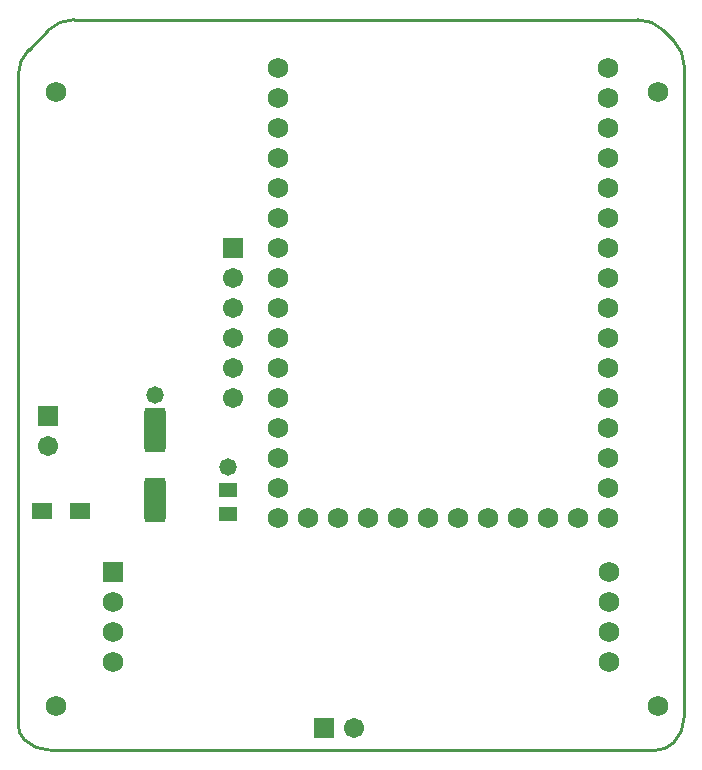
<source format=gts>
G04 Layer_Color=8388736*
%FSLAX25Y25*%
%MOIN*%
G70*
G01*
G75*
%ADD14C,0.01000*%
%ADD24R,0.07099X0.05524*%
G04:AMPARAMS|DCode=25|XSize=149.73mil|YSize=70.99mil|CornerRadius=11.87mil|HoleSize=0mil|Usage=FLASHONLY|Rotation=270.000|XOffset=0mil|YOffset=0mil|HoleType=Round|Shape=RoundedRectangle|*
%AMROUNDEDRECTD25*
21,1,0.14973,0.04724,0,0,270.0*
21,1,0.12598,0.07099,0,0,270.0*
1,1,0.02375,-0.02362,-0.06299*
1,1,0.02375,-0.02362,0.06299*
1,1,0.02375,0.02362,0.06299*
1,1,0.02375,0.02362,-0.06299*
%
%ADD25ROUNDEDRECTD25*%
%ADD26R,0.06312X0.05131*%
%ADD27R,0.06706X0.06706*%
%ADD28C,0.06706*%
%ADD29C,0.06800*%
%ADD30R,0.06800X0.06800*%
%ADD31R,0.06706X0.06706*%
%ADD32C,0.05800*%
D14*
X360035Y343464D02*
G03*
X351500Y347000I-8535J-8535D01*
G01*
X367000Y331500D02*
G03*
X363464Y340036I-12071J0D01*
G01*
Y105965D02*
G03*
X367000Y114500I-8535J8535D01*
G01*
X357515Y103500D02*
G03*
X363464Y105965I0J8414D01*
G01*
X146965Y107036D02*
G03*
X155500Y103500I8535J8535D01*
G01*
X145000Y111778D02*
G03*
X146965Y107036I6707J0D01*
G01*
X148536Y337035D02*
G03*
X145000Y328500I8535J-8535D01*
G01*
X163500Y347000D02*
G03*
X154964Y343464I0J-12071D01*
G01*
X281000Y347000D02*
X351500D01*
X360035Y343464D02*
X363464Y340036D01*
X367000Y114500D02*
Y331500D01*
X155500Y103500D02*
X357515D01*
X145000Y111778D02*
Y319500D01*
Y328500D01*
X148536Y337035D02*
X154964Y343464D01*
X163500Y347000D02*
X281000D01*
D24*
X165602Y183157D02*
D03*
X153004D02*
D03*
D25*
X190500Y210228D02*
D03*
Y187000D02*
D03*
D26*
X215000Y190243D02*
D03*
Y182369D02*
D03*
D27*
X216653Y270953D02*
D03*
X154848Y215000D02*
D03*
D28*
X216653Y260953D02*
D03*
Y250953D02*
D03*
Y240953D02*
D03*
Y230953D02*
D03*
Y220953D02*
D03*
X154848Y205000D02*
D03*
X257000Y111000D02*
D03*
D29*
X342000Y133000D02*
D03*
Y143000D02*
D03*
Y153000D02*
D03*
Y163000D02*
D03*
X176646Y153000D02*
D03*
Y143000D02*
D03*
Y133000D02*
D03*
X231646Y181000D02*
D03*
Y191000D02*
D03*
Y201000D02*
D03*
Y211000D02*
D03*
Y221000D02*
D03*
Y231000D02*
D03*
Y241000D02*
D03*
Y251000D02*
D03*
Y261000D02*
D03*
Y271000D02*
D03*
Y281000D02*
D03*
Y291000D02*
D03*
Y301000D02*
D03*
Y311000D02*
D03*
Y321000D02*
D03*
Y331000D02*
D03*
X241646Y181000D02*
D03*
X251646D02*
D03*
X261646D02*
D03*
X271646D02*
D03*
X281646D02*
D03*
X291646D02*
D03*
X301646D02*
D03*
X311646D02*
D03*
X321646D02*
D03*
X331646D02*
D03*
X341646D02*
D03*
Y191000D02*
D03*
Y201000D02*
D03*
Y211000D02*
D03*
Y221000D02*
D03*
Y231000D02*
D03*
Y241000D02*
D03*
Y251000D02*
D03*
Y261000D02*
D03*
Y271000D02*
D03*
Y281000D02*
D03*
Y291000D02*
D03*
Y301000D02*
D03*
Y311000D02*
D03*
Y321000D02*
D03*
Y331000D02*
D03*
X157480Y118110D02*
D03*
X358268D02*
D03*
X157480Y322835D02*
D03*
X358268D02*
D03*
D30*
X176646Y163000D02*
D03*
D31*
X247000Y111000D02*
D03*
D32*
X215000Y198000D02*
D03*
X190500Y222000D02*
D03*
M02*

</source>
